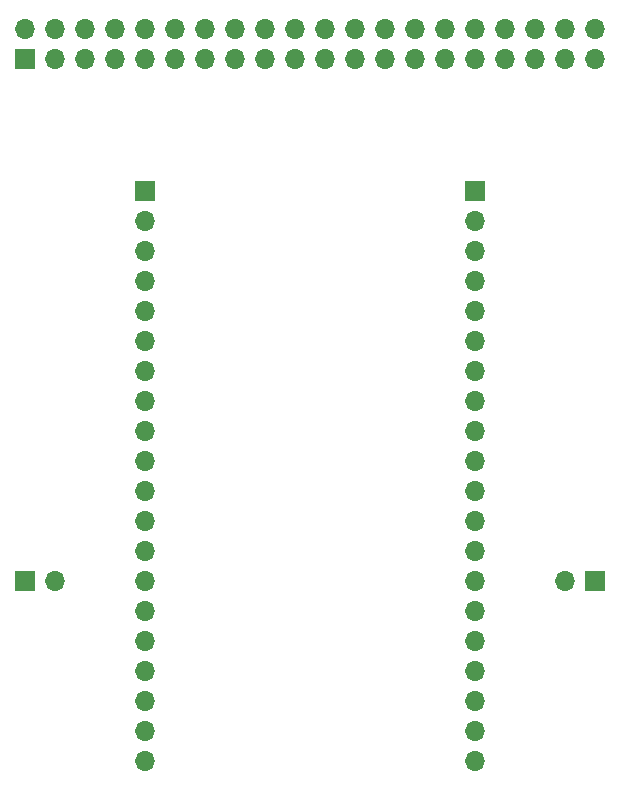
<source format=gbr>
%TF.GenerationSoftware,KiCad,Pcbnew,(5.1.9)-1*%
%TF.CreationDate,2021-12-09T23:23:32+09:00*%
%TF.ProjectId,pi-extend,70692d65-7874-4656-9e64-2e6b69636164,rev?*%
%TF.SameCoordinates,Original*%
%TF.FileFunction,Soldermask,Top*%
%TF.FilePolarity,Negative*%
%FSLAX46Y46*%
G04 Gerber Fmt 4.6, Leading zero omitted, Abs format (unit mm)*
G04 Created by KiCad (PCBNEW (5.1.9)-1) date 2021-12-09 23:23:32*
%MOMM*%
%LPD*%
G01*
G04 APERTURE LIST*
%ADD10R,1.700000X1.700000*%
%ADD11O,1.700000X1.700000*%
G04 APERTURE END LIST*
D10*
%TO.C,J1*%
X138658600Y-67564000D03*
D11*
X138658600Y-65024000D03*
X141198600Y-67564000D03*
X141198600Y-65024000D03*
X143738600Y-67564000D03*
X143738600Y-65024000D03*
X146278600Y-67564000D03*
X146278600Y-65024000D03*
X148818600Y-67564000D03*
X148818600Y-65024000D03*
X151358600Y-67564000D03*
X151358600Y-65024000D03*
X153898600Y-67564000D03*
X153898600Y-65024000D03*
X156438600Y-67564000D03*
X156438600Y-65024000D03*
X158978600Y-67564000D03*
X158978600Y-65024000D03*
X161518600Y-67564000D03*
X161518600Y-65024000D03*
X164058600Y-67564000D03*
X164058600Y-65024000D03*
X166598600Y-67564000D03*
X166598600Y-65024000D03*
X169138600Y-67564000D03*
X169138600Y-65024000D03*
X171678600Y-67564000D03*
X171678600Y-65024000D03*
X174218600Y-67564000D03*
X174218600Y-65024000D03*
X176758600Y-67564000D03*
X176758600Y-65024000D03*
X179298600Y-67564000D03*
X179298600Y-65024000D03*
X181838600Y-67564000D03*
X181838600Y-65024000D03*
X184378600Y-67564000D03*
X184378600Y-65024000D03*
X186918600Y-67564000D03*
X186918600Y-65024000D03*
%TD*%
D10*
%TO.C,J2*%
X148818600Y-78765400D03*
D11*
X148818600Y-81305400D03*
X148818600Y-83845400D03*
X148818600Y-86385400D03*
X148818600Y-88925400D03*
X148818600Y-91465400D03*
X148818600Y-94005400D03*
X148818600Y-96545400D03*
X148818600Y-99085400D03*
X148818600Y-101625400D03*
X148818600Y-104165400D03*
X148818600Y-106705400D03*
X148818600Y-109245400D03*
X148818600Y-111785400D03*
X148818600Y-114325400D03*
X148818600Y-116865400D03*
X148818600Y-119405400D03*
X148818600Y-121945400D03*
X148818600Y-124485400D03*
X148818600Y-127025400D03*
%TD*%
%TO.C,J3*%
X176758600Y-127025400D03*
X176758600Y-124485400D03*
X176758600Y-121945400D03*
X176758600Y-119405400D03*
X176758600Y-116865400D03*
X176758600Y-114325400D03*
X176758600Y-111785400D03*
X176758600Y-109245400D03*
X176758600Y-106705400D03*
X176758600Y-104165400D03*
X176758600Y-101625400D03*
X176758600Y-99085400D03*
X176758600Y-96545400D03*
X176758600Y-94005400D03*
X176758600Y-91465400D03*
X176758600Y-88925400D03*
X176758600Y-86385400D03*
X176758600Y-83845400D03*
X176758600Y-81305400D03*
D10*
X176758600Y-78765400D03*
%TD*%
%TO.C,J4*%
X138658600Y-111785400D03*
D11*
X141198600Y-111785400D03*
%TD*%
%TO.C,J5*%
X184378600Y-111785400D03*
D10*
X186918600Y-111785400D03*
%TD*%
M02*

</source>
